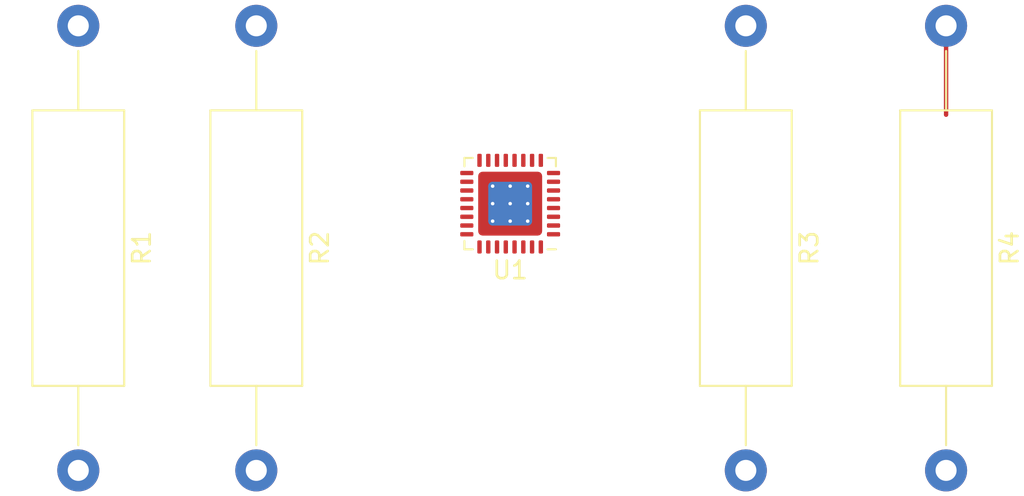
<source format=kicad_pcb>
(kicad_pcb (version 20171130) (host pcbnew 5.0.2-bee76a0~70~ubuntu16.04.1)

  (general
    (thickness 1.6)
    (drawings 0)
    (tracks 1)
    (zones 0)
    (modules 5)
    (nets 8)
  )

  (page A4)
  (layers
    (0 F.Cu signal)
    (31 B.Cu signal)
    (32 B.Adhes user)
    (33 F.Adhes user)
    (34 B.Paste user)
    (35 F.Paste user)
    (36 B.SilkS user)
    (37 F.SilkS user)
    (38 B.Mask user)
    (39 F.Mask user)
    (40 Dwgs.User user)
    (41 Cmts.User user)
    (42 Eco1.User user)
    (43 Eco2.User user)
    (44 Edge.Cuts user)
    (45 Margin user)
    (46 B.CrtYd user)
    (47 F.CrtYd user)
    (48 B.Fab user)
    (49 F.Fab user)
  )

  (setup
    (last_trace_width 0.25)
    (trace_clearance 0.2)
    (zone_clearance 0.508)
    (zone_45_only no)
    (trace_min 0.2)
    (segment_width 0.2)
    (edge_width 0.15)
    (via_size 0.8)
    (via_drill 0.4)
    (via_min_size 0.4)
    (via_min_drill 0.3)
    (uvia_size 0.3)
    (uvia_drill 0.1)
    (uvias_allowed no)
    (uvia_min_size 0.2)
    (uvia_min_drill 0.1)
    (pcb_text_width 0.3)
    (pcb_text_size 1.5 1.5)
    (mod_edge_width 0.15)
    (mod_text_size 1 1)
    (mod_text_width 0.15)
    (pad_size 1.524 1.524)
    (pad_drill 0.762)
    (pad_to_mask_clearance 0.051)
    (solder_mask_min_width 0.25)
    (aux_axis_origin 0 0)
    (visible_elements FFFFFF7F)
    (pcbplotparams
      (layerselection 0x010fc_ffffffff)
      (usegerberextensions false)
      (usegerberattributes false)
      (usegerberadvancedattributes false)
      (creategerberjobfile false)
      (excludeedgelayer true)
      (linewidth 0.100000)
      (plotframeref false)
      (viasonmask false)
      (mode 1)
      (useauxorigin false)
      (hpglpennumber 1)
      (hpglpenspeed 20)
      (hpglpendiameter 15.000000)
      (psnegative false)
      (psa4output false)
      (plotreference true)
      (plotvalue true)
      (plotinvisibletext false)
      (padsonsilk false)
      (subtractmaskfromsilk false)
      (outputformat 1)
      (mirror false)
      (drillshape 1)
      (scaleselection 1)
      (outputdirectory ""))
  )

  (net 0 "")
  (net 1 SCL)
  (net 2 +3V3)
  (net 3 SDA)
  (net 4 "Net-(R3-Pad2)")
  (net 5 GND)
  (net 6 "Net-(R4-Pad1)")
  (net 7 "Net-(U1-Pad3)")

  (net_class Default "This is the default net class."
    (clearance 0.2)
    (trace_width 0.25)
    (via_dia 0.8)
    (via_drill 0.4)
    (uvia_dia 0.3)
    (uvia_drill 0.1)
    (add_net +3V3)
    (add_net GND)
    (add_net "Net-(R3-Pad2)")
    (add_net "Net-(R4-Pad1)")
    (add_net "Net-(U1-Pad3)")
    (add_net SCL)
    (add_net SDA)
  )

  (module Resistor_THT:R_Axial_DIN0516_L15.5mm_D5.0mm_P25.40mm_Horizontal (layer F.Cu) (tedit 5AE5139B) (tstamp 5C41B718)
    (at 161.29 110.49 270)
    (descr "Resistor, Axial_DIN0516 series, Axial, Horizontal, pin pitch=25.4mm, 2W, length*diameter=15.5*5mm^2, http://cdn-reichelt.de/documents/datenblatt/B400/1_4W%23YAG.pdf")
    (tags "Resistor Axial_DIN0516 series Axial Horizontal pin pitch 25.4mm 2W length 15.5mm diameter 5mm")
    (path /5C419D5F)
    (fp_text reference R1 (at 12.7 -3.62 270) (layer F.SilkS)
      (effects (font (size 1 1) (thickness 0.15)))
    )
    (fp_text value 4.7K (at 12.7 3.62 270) (layer F.Fab)
      (effects (font (size 1 1) (thickness 0.15)))
    )
    (fp_text user %R (at 12.7 0 270) (layer F.Fab)
      (effects (font (size 1 1) (thickness 0.15)))
    )
    (fp_line (start 26.85 -2.75) (end -1.45 -2.75) (layer F.CrtYd) (width 0.05))
    (fp_line (start 26.85 2.75) (end 26.85 -2.75) (layer F.CrtYd) (width 0.05))
    (fp_line (start -1.45 2.75) (end 26.85 2.75) (layer F.CrtYd) (width 0.05))
    (fp_line (start -1.45 -2.75) (end -1.45 2.75) (layer F.CrtYd) (width 0.05))
    (fp_line (start 23.96 0) (end 20.57 0) (layer F.SilkS) (width 0.12))
    (fp_line (start 1.44 0) (end 4.83 0) (layer F.SilkS) (width 0.12))
    (fp_line (start 20.57 -2.62) (end 4.83 -2.62) (layer F.SilkS) (width 0.12))
    (fp_line (start 20.57 2.62) (end 20.57 -2.62) (layer F.SilkS) (width 0.12))
    (fp_line (start 4.83 2.62) (end 20.57 2.62) (layer F.SilkS) (width 0.12))
    (fp_line (start 4.83 -2.62) (end 4.83 2.62) (layer F.SilkS) (width 0.12))
    (fp_line (start 25.4 0) (end 20.45 0) (layer F.Fab) (width 0.1))
    (fp_line (start 0 0) (end 4.95 0) (layer F.Fab) (width 0.1))
    (fp_line (start 20.45 -2.5) (end 4.95 -2.5) (layer F.Fab) (width 0.1))
    (fp_line (start 20.45 2.5) (end 20.45 -2.5) (layer F.Fab) (width 0.1))
    (fp_line (start 4.95 2.5) (end 20.45 2.5) (layer F.Fab) (width 0.1))
    (fp_line (start 4.95 -2.5) (end 4.95 2.5) (layer F.Fab) (width 0.1))
    (pad 2 thru_hole oval (at 25.4 0 270) (size 2.4 2.4) (drill 1.2) (layers *.Cu *.Mask)
      (net 1 SCL))
    (pad 1 thru_hole circle (at 0 0 270) (size 2.4 2.4) (drill 1.2) (layers *.Cu *.Mask)
      (net 2 +3V3))
    (model ${KISYS3DMOD}/Resistor_THT.3dshapes/R_Axial_DIN0516_L15.5mm_D5.0mm_P25.40mm_Horizontal.wrl
      (at (xyz 0 0 0))
      (scale (xyz 1 1 1))
      (rotate (xyz 0 0 0))
    )
  )

  (module Resistor_THT:R_Axial_DIN0516_L15.5mm_D5.0mm_P25.40mm_Horizontal (layer F.Cu) (tedit 5AE5139B) (tstamp 5C41B72F)
    (at 171.45 110.49 270)
    (descr "Resistor, Axial_DIN0516 series, Axial, Horizontal, pin pitch=25.4mm, 2W, length*diameter=15.5*5mm^2, http://cdn-reichelt.de/documents/datenblatt/B400/1_4W%23YAG.pdf")
    (tags "Resistor Axial_DIN0516 series Axial Horizontal pin pitch 25.4mm 2W length 15.5mm diameter 5mm")
    (path /5C419C73)
    (fp_text reference R2 (at 12.7 -3.62 270) (layer F.SilkS)
      (effects (font (size 1 1) (thickness 0.15)))
    )
    (fp_text value 4.7K (at 12.7 3.62 270) (layer F.Fab)
      (effects (font (size 1 1) (thickness 0.15)))
    )
    (fp_line (start 4.95 -2.5) (end 4.95 2.5) (layer F.Fab) (width 0.1))
    (fp_line (start 4.95 2.5) (end 20.45 2.5) (layer F.Fab) (width 0.1))
    (fp_line (start 20.45 2.5) (end 20.45 -2.5) (layer F.Fab) (width 0.1))
    (fp_line (start 20.45 -2.5) (end 4.95 -2.5) (layer F.Fab) (width 0.1))
    (fp_line (start 0 0) (end 4.95 0) (layer F.Fab) (width 0.1))
    (fp_line (start 25.4 0) (end 20.45 0) (layer F.Fab) (width 0.1))
    (fp_line (start 4.83 -2.62) (end 4.83 2.62) (layer F.SilkS) (width 0.12))
    (fp_line (start 4.83 2.62) (end 20.57 2.62) (layer F.SilkS) (width 0.12))
    (fp_line (start 20.57 2.62) (end 20.57 -2.62) (layer F.SilkS) (width 0.12))
    (fp_line (start 20.57 -2.62) (end 4.83 -2.62) (layer F.SilkS) (width 0.12))
    (fp_line (start 1.44 0) (end 4.83 0) (layer F.SilkS) (width 0.12))
    (fp_line (start 23.96 0) (end 20.57 0) (layer F.SilkS) (width 0.12))
    (fp_line (start -1.45 -2.75) (end -1.45 2.75) (layer F.CrtYd) (width 0.05))
    (fp_line (start -1.45 2.75) (end 26.85 2.75) (layer F.CrtYd) (width 0.05))
    (fp_line (start 26.85 2.75) (end 26.85 -2.75) (layer F.CrtYd) (width 0.05))
    (fp_line (start 26.85 -2.75) (end -1.45 -2.75) (layer F.CrtYd) (width 0.05))
    (fp_text user %R (at 12.7 0 270) (layer F.Fab)
      (effects (font (size 1 1) (thickness 0.15)))
    )
    (pad 1 thru_hole circle (at 0 0 270) (size 2.4 2.4) (drill 1.2) (layers *.Cu *.Mask)
      (net 2 +3V3))
    (pad 2 thru_hole oval (at 25.4 0 270) (size 2.4 2.4) (drill 1.2) (layers *.Cu *.Mask)
      (net 3 SDA))
    (model ${KISYS3DMOD}/Resistor_THT.3dshapes/R_Axial_DIN0516_L15.5mm_D5.0mm_P25.40mm_Horizontal.wrl
      (at (xyz 0 0 0))
      (scale (xyz 1 1 1))
      (rotate (xyz 0 0 0))
    )
  )

  (module Resistor_THT:R_Axial_DIN0516_L15.5mm_D5.0mm_P25.40mm_Horizontal (layer F.Cu) (tedit 5AE5139B) (tstamp 5C41B746)
    (at 199.39 110.49 270)
    (descr "Resistor, Axial_DIN0516 series, Axial, Horizontal, pin pitch=25.4mm, 2W, length*diameter=15.5*5mm^2, http://cdn-reichelt.de/documents/datenblatt/B400/1_4W%23YAG.pdf")
    (tags "Resistor Axial_DIN0516 series Axial Horizontal pin pitch 25.4mm 2W length 15.5mm diameter 5mm")
    (path /5C419DA8)
    (fp_text reference R3 (at 12.7 -3.62 270) (layer F.SilkS)
      (effects (font (size 1 1) (thickness 0.15)))
    )
    (fp_text value 10K (at 12.7 3.62 270) (layer F.Fab)
      (effects (font (size 1 1) (thickness 0.15)))
    )
    (fp_line (start 4.95 -2.5) (end 4.95 2.5) (layer F.Fab) (width 0.1))
    (fp_line (start 4.95 2.5) (end 20.45 2.5) (layer F.Fab) (width 0.1))
    (fp_line (start 20.45 2.5) (end 20.45 -2.5) (layer F.Fab) (width 0.1))
    (fp_line (start 20.45 -2.5) (end 4.95 -2.5) (layer F.Fab) (width 0.1))
    (fp_line (start 0 0) (end 4.95 0) (layer F.Fab) (width 0.1))
    (fp_line (start 25.4 0) (end 20.45 0) (layer F.Fab) (width 0.1))
    (fp_line (start 4.83 -2.62) (end 4.83 2.62) (layer F.SilkS) (width 0.12))
    (fp_line (start 4.83 2.62) (end 20.57 2.62) (layer F.SilkS) (width 0.12))
    (fp_line (start 20.57 2.62) (end 20.57 -2.62) (layer F.SilkS) (width 0.12))
    (fp_line (start 20.57 -2.62) (end 4.83 -2.62) (layer F.SilkS) (width 0.12))
    (fp_line (start 1.44 0) (end 4.83 0) (layer F.SilkS) (width 0.12))
    (fp_line (start 23.96 0) (end 20.57 0) (layer F.SilkS) (width 0.12))
    (fp_line (start -1.45 -2.75) (end -1.45 2.75) (layer F.CrtYd) (width 0.05))
    (fp_line (start -1.45 2.75) (end 26.85 2.75) (layer F.CrtYd) (width 0.05))
    (fp_line (start 26.85 2.75) (end 26.85 -2.75) (layer F.CrtYd) (width 0.05))
    (fp_line (start 26.85 -2.75) (end -1.45 -2.75) (layer F.CrtYd) (width 0.05))
    (fp_text user %R (at 12.7 0 270) (layer F.Fab)
      (effects (font (size 1 1) (thickness 0.15)))
    )
    (pad 1 thru_hole circle (at 0 0 270) (size 2.4 2.4) (drill 1.2) (layers *.Cu *.Mask)
      (net 2 +3V3))
    (pad 2 thru_hole oval (at 25.4 0 270) (size 2.4 2.4) (drill 1.2) (layers *.Cu *.Mask)
      (net 4 "Net-(R3-Pad2)"))
    (model ${KISYS3DMOD}/Resistor_THT.3dshapes/R_Axial_DIN0516_L15.5mm_D5.0mm_P25.40mm_Horizontal.wrl
      (at (xyz 0 0 0))
      (scale (xyz 1 1 1))
      (rotate (xyz 0 0 0))
    )
  )

  (module Resistor_THT:R_Axial_DIN0516_L15.5mm_D5.0mm_P25.40mm_Horizontal (layer F.Cu) (tedit 5AE5139B) (tstamp 5C41B75D)
    (at 210.82 110.49 270)
    (descr "Resistor, Axial_DIN0516 series, Axial, Horizontal, pin pitch=25.4mm, 2W, length*diameter=15.5*5mm^2, http://cdn-reichelt.de/documents/datenblatt/B400/1_4W%23YAG.pdf")
    (tags "Resistor Axial_DIN0516 series Axial Horizontal pin pitch 25.4mm 2W length 15.5mm diameter 5mm")
    (path /5C41A080)
    (fp_text reference R4 (at 12.7 -3.62 270) (layer F.SilkS)
      (effects (font (size 1 1) (thickness 0.15)))
    )
    (fp_text value 10K (at 12.7 3.62 270) (layer F.Fab)
      (effects (font (size 1 1) (thickness 0.15)))
    )
    (fp_text user %R (at 12.7 0 270) (layer F.Fab)
      (effects (font (size 1 1) (thickness 0.15)))
    )
    (fp_line (start 26.85 -2.75) (end -1.45 -2.75) (layer F.CrtYd) (width 0.05))
    (fp_line (start 26.85 2.75) (end 26.85 -2.75) (layer F.CrtYd) (width 0.05))
    (fp_line (start -1.45 2.75) (end 26.85 2.75) (layer F.CrtYd) (width 0.05))
    (fp_line (start -1.45 -2.75) (end -1.45 2.75) (layer F.CrtYd) (width 0.05))
    (fp_line (start 23.96 0) (end 20.57 0) (layer F.SilkS) (width 0.12))
    (fp_line (start 1.44 0) (end 4.83 0) (layer F.SilkS) (width 0.12))
    (fp_line (start 20.57 -2.62) (end 4.83 -2.62) (layer F.SilkS) (width 0.12))
    (fp_line (start 20.57 2.62) (end 20.57 -2.62) (layer F.SilkS) (width 0.12))
    (fp_line (start 4.83 2.62) (end 20.57 2.62) (layer F.SilkS) (width 0.12))
    (fp_line (start 4.83 -2.62) (end 4.83 2.62) (layer F.SilkS) (width 0.12))
    (fp_line (start 25.4 0) (end 20.45 0) (layer F.Fab) (width 0.1))
    (fp_line (start 0 0) (end 4.95 0) (layer F.Fab) (width 0.1))
    (fp_line (start 20.45 -2.5) (end 4.95 -2.5) (layer F.Fab) (width 0.1))
    (fp_line (start 20.45 2.5) (end 20.45 -2.5) (layer F.Fab) (width 0.1))
    (fp_line (start 4.95 2.5) (end 20.45 2.5) (layer F.Fab) (width 0.1))
    (fp_line (start 4.95 -2.5) (end 4.95 2.5) (layer F.Fab) (width 0.1))
    (pad 2 thru_hole oval (at 25.4 0 270) (size 2.4 2.4) (drill 1.2) (layers *.Cu *.Mask)
      (net 5 GND))
    (pad 1 thru_hole circle (at 0 0 270) (size 2.4 2.4) (drill 1.2) (layers *.Cu *.Mask)
      (net 6 "Net-(R4-Pad1)"))
    (model ${KISYS3DMOD}/Resistor_THT.3dshapes/R_Axial_DIN0516_L15.5mm_D5.0mm_P25.40mm_Horizontal.wrl
      (at (xyz 0 0 0))
      (scale (xyz 1 1 1))
      (rotate (xyz 0 0 0))
    )
  )

  (module Package_DFN_QFN:QFN-32-1EP_5x5mm_P0.5mm_EP3.65x3.65mm_ThermalVias (layer F.Cu) (tedit 5B64C69F) (tstamp 5C41B7AD)
    (at 185.94 120.65 180)
    (descr "QFN, 32 Pin (https://www.exar.com/ds/mxl7704.pdf (Page 35)), generated with kicad-footprint-generator ipc_dfn_qfn_generator.py")
    (tags "QFN DFN_QFN")
    (path /5C41CCA6)
    (attr smd)
    (fp_text reference U1 (at 0 -3.8 180) (layer F.SilkS)
      (effects (font (size 1 1) (thickness 0.15)))
    )
    (fp_text value A7001AG (at 0 3.8 180) (layer F.Fab)
      (effects (font (size 1 1) (thickness 0.15)))
    )
    (fp_line (start 2.135 -2.61) (end 2.61 -2.61) (layer F.SilkS) (width 0.12))
    (fp_line (start 2.61 -2.61) (end 2.61 -2.135) (layer F.SilkS) (width 0.12))
    (fp_line (start -2.135 2.61) (end -2.61 2.61) (layer F.SilkS) (width 0.12))
    (fp_line (start -2.61 2.61) (end -2.61 2.135) (layer F.SilkS) (width 0.12))
    (fp_line (start 2.135 2.61) (end 2.61 2.61) (layer F.SilkS) (width 0.12))
    (fp_line (start 2.61 2.61) (end 2.61 2.135) (layer F.SilkS) (width 0.12))
    (fp_line (start -2.135 -2.61) (end -2.61 -2.61) (layer F.SilkS) (width 0.12))
    (fp_line (start -1.5 -2.5) (end 2.5 -2.5) (layer F.Fab) (width 0.1))
    (fp_line (start 2.5 -2.5) (end 2.5 2.5) (layer F.Fab) (width 0.1))
    (fp_line (start 2.5 2.5) (end -2.5 2.5) (layer F.Fab) (width 0.1))
    (fp_line (start -2.5 2.5) (end -2.5 -1.5) (layer F.Fab) (width 0.1))
    (fp_line (start -2.5 -1.5) (end -1.5 -2.5) (layer F.Fab) (width 0.1))
    (fp_line (start -3.1 -3.1) (end -3.1 3.1) (layer F.CrtYd) (width 0.05))
    (fp_line (start -3.1 3.1) (end 3.1 3.1) (layer F.CrtYd) (width 0.05))
    (fp_line (start 3.1 3.1) (end 3.1 -3.1) (layer F.CrtYd) (width 0.05))
    (fp_line (start 3.1 -3.1) (end -3.1 -3.1) (layer F.CrtYd) (width 0.05))
    (fp_text user %R (at 0 0 180) (layer F.Fab)
      (effects (font (size 1 1) (thickness 0.15)))
    )
    (pad 33 smd roundrect (at 0 0 180) (size 3.65 3.65) (layers F.Cu F.Mask) (roundrect_rratio 0.068493))
    (pad 33 thru_hole circle (at -1 -1 180) (size 0.5 0.5) (drill 0.2) (layers *.Cu))
    (pad 33 thru_hole circle (at 0 -1 180) (size 0.5 0.5) (drill 0.2) (layers *.Cu))
    (pad 33 thru_hole circle (at 1 -1 180) (size 0.5 0.5) (drill 0.2) (layers *.Cu))
    (pad 33 thru_hole circle (at -1 0 180) (size 0.5 0.5) (drill 0.2) (layers *.Cu))
    (pad 33 thru_hole circle (at 0 0 180) (size 0.5 0.5) (drill 0.2) (layers *.Cu))
    (pad 33 thru_hole circle (at 1 0 180) (size 0.5 0.5) (drill 0.2) (layers *.Cu))
    (pad 33 thru_hole circle (at -1 1 180) (size 0.5 0.5) (drill 0.2) (layers *.Cu))
    (pad 33 thru_hole circle (at 0 1 180) (size 0.5 0.5) (drill 0.2) (layers *.Cu))
    (pad 33 thru_hole circle (at 1 1 180) (size 0.5 0.5) (drill 0.2) (layers *.Cu))
    (pad 33 smd roundrect (at 0 0 180) (size 2.5 2.5) (layers B.Cu) (roundrect_rratio 0.1))
    (pad "" smd roundrect (at -0.5 -0.5 180) (size 0.806226 0.806226) (layers F.Paste) (roundrect_rratio 0.25))
    (pad "" smd roundrect (at -0.5 0.5 180) (size 0.806226 0.806226) (layers F.Paste) (roundrect_rratio 0.25))
    (pad "" smd roundrect (at 0.5 -0.5 180) (size 0.806226 0.806226) (layers F.Paste) (roundrect_rratio 0.25))
    (pad "" smd roundrect (at 0.5 0.5 180) (size 0.806226 0.806226) (layers F.Paste) (roundrect_rratio 0.25))
    (pad "" smd custom (at -1.4125 -0.5 180) (size 0.590166 0.590166) (layers F.Paste)
      (options (clearance outline) (anchor circle))
      (primitives
        (gr_poly (pts
           (xy -0.332568 -0.403113) (xy 0.226544 -0.403113) (xy 0.332568 -0.297089) (xy 0.332568 0.297089) (xy 0.226544 0.403113)
           (xy -0.332568 0.403113)) (width 0))
      ))
    (pad "" smd custom (at -1.4125 0.5 180) (size 0.590166 0.590166) (layers F.Paste)
      (options (clearance outline) (anchor circle))
      (primitives
        (gr_poly (pts
           (xy -0.332568 -0.403113) (xy 0.226544 -0.403113) (xy 0.332568 -0.297089) (xy 0.332568 0.297089) (xy 0.226544 0.403113)
           (xy -0.332568 0.403113)) (width 0))
      ))
    (pad "" smd custom (at 1.4125 -0.5 180) (size 0.590166 0.590166) (layers F.Paste)
      (options (clearance outline) (anchor circle))
      (primitives
        (gr_poly (pts
           (xy -0.332568 -0.297089) (xy -0.226544 -0.403113) (xy 0.332568 -0.403113) (xy 0.332568 0.403113) (xy -0.226544 0.403113)
           (xy -0.332568 0.297089)) (width 0))
      ))
    (pad "" smd custom (at 1.4125 0.5 180) (size 0.590166 0.590166) (layers F.Paste)
      (options (clearance outline) (anchor circle))
      (primitives
        (gr_poly (pts
           (xy -0.332568 -0.297089) (xy -0.226544 -0.403113) (xy 0.332568 -0.403113) (xy 0.332568 0.403113) (xy -0.226544 0.403113)
           (xy -0.332568 0.297089)) (width 0))
      ))
    (pad "" smd custom (at -0.5 -1.4125 180) (size 0.590166 0.590166) (layers F.Paste)
      (options (clearance outline) (anchor circle))
      (primitives
        (gr_poly (pts
           (xy -0.403113 -0.332568) (xy 0.403113 -0.332568) (xy 0.403113 0.226544) (xy 0.297089 0.332568) (xy -0.297089 0.332568)
           (xy -0.403113 0.226544)) (width 0))
      ))
    (pad "" smd custom (at 0.5 -1.4125 180) (size 0.590166 0.590166) (layers F.Paste)
      (options (clearance outline) (anchor circle))
      (primitives
        (gr_poly (pts
           (xy -0.403113 -0.332568) (xy 0.403113 -0.332568) (xy 0.403113 0.226544) (xy 0.297089 0.332568) (xy -0.297089 0.332568)
           (xy -0.403113 0.226544)) (width 0))
      ))
    (pad "" smd custom (at -0.5 1.4125 180) (size 0.590166 0.590166) (layers F.Paste)
      (options (clearance outline) (anchor circle))
      (primitives
        (gr_poly (pts
           (xy -0.403113 -0.226544) (xy -0.297089 -0.332568) (xy 0.297089 -0.332568) (xy 0.403113 -0.226544) (xy 0.403113 0.332568)
           (xy -0.403113 0.332568)) (width 0))
      ))
    (pad "" smd custom (at 0.5 1.4125 180) (size 0.590166 0.590166) (layers F.Paste)
      (options (clearance outline) (anchor circle))
      (primitives
        (gr_poly (pts
           (xy -0.403113 -0.226544) (xy -0.297089 -0.332568) (xy 0.297089 -0.332568) (xy 0.403113 -0.226544) (xy 0.403113 0.332568)
           (xy -0.403113 0.332568)) (width 0))
      ))
    (pad "" smd custom (at -1.4125 -1.4125 180) (size 0.578177 0.578177) (layers F.Paste)
      (options (clearance outline) (anchor circle))
      (primitives
        (gr_poly (pts
           (xy -0.332568 -0.332568) (xy 0.332568 -0.332568) (xy 0.332568 0.209589) (xy 0.209589 0.332568) (xy -0.332568 0.332568)
) (width 0))
      ))
    (pad "" smd custom (at -1.4125 1.4125 180) (size 0.578177 0.578177) (layers F.Paste)
      (options (clearance outline) (anchor circle))
      (primitives
        (gr_poly (pts
           (xy -0.332568 -0.332568) (xy 0.209589 -0.332568) (xy 0.332568 -0.209589) (xy 0.332568 0.332568) (xy -0.332568 0.332568)
) (width 0))
      ))
    (pad "" smd custom (at 1.4125 -1.4125 180) (size 0.578177 0.578177) (layers F.Paste)
      (options (clearance outline) (anchor circle))
      (primitives
        (gr_poly (pts
           (xy -0.332568 -0.332568) (xy 0.332568 -0.332568) (xy 0.332568 0.332568) (xy -0.209589 0.332568) (xy -0.332568 0.209589)
) (width 0))
      ))
    (pad "" smd custom (at 1.4125 1.4125 180) (size 0.578177 0.578177) (layers F.Paste)
      (options (clearance outline) (anchor circle))
      (primitives
        (gr_poly (pts
           (xy -0.332568 -0.209589) (xy -0.209589 -0.332568) (xy 0.332568 -0.332568) (xy 0.332568 0.332568) (xy -0.332568 0.332568)
) (width 0))
      ))
    (pad 1 smd roundrect (at -2.475 -1.75 180) (size 0.75 0.25) (layers F.Cu F.Paste F.Mask) (roundrect_rratio 0.25)
      (net 5 GND))
    (pad 2 smd roundrect (at -2.475 -1.25 180) (size 0.75 0.25) (layers F.Cu F.Paste F.Mask) (roundrect_rratio 0.25))
    (pad 3 smd roundrect (at -2.475 -0.75 180) (size 0.75 0.25) (layers F.Cu F.Paste F.Mask) (roundrect_rratio 0.25)
      (net 7 "Net-(U1-Pad3)"))
    (pad 4 smd roundrect (at -2.475 -0.25 180) (size 0.75 0.25) (layers F.Cu F.Paste F.Mask) (roundrect_rratio 0.25))
    (pad 5 smd roundrect (at -2.475 0.25 180) (size 0.75 0.25) (layers F.Cu F.Paste F.Mask) (roundrect_rratio 0.25)
      (net 3 SDA))
    (pad 6 smd roundrect (at -2.475 0.75 180) (size 0.75 0.25) (layers F.Cu F.Paste F.Mask) (roundrect_rratio 0.25))
    (pad 7 smd roundrect (at -2.475 1.25 180) (size 0.75 0.25) (layers F.Cu F.Paste F.Mask) (roundrect_rratio 0.25)
      (net 1 SCL))
    (pad 8 smd roundrect (at -2.475 1.75 180) (size 0.75 0.25) (layers F.Cu F.Paste F.Mask) (roundrect_rratio 0.25))
    (pad 9 smd roundrect (at -1.75 2.475 180) (size 0.25 0.75) (layers F.Cu F.Paste F.Mask) (roundrect_rratio 0.25))
    (pad 10 smd roundrect (at -1.25 2.475 180) (size 0.25 0.75) (layers F.Cu F.Paste F.Mask) (roundrect_rratio 0.25))
    (pad 11 smd roundrect (at -0.75 2.475 180) (size 0.25 0.75) (layers F.Cu F.Paste F.Mask) (roundrect_rratio 0.25))
    (pad 12 smd roundrect (at -0.25 2.475 180) (size 0.25 0.75) (layers F.Cu F.Paste F.Mask) (roundrect_rratio 0.25))
    (pad 13 smd roundrect (at 0.25 2.475 180) (size 0.25 0.75) (layers F.Cu F.Paste F.Mask) (roundrect_rratio 0.25))
    (pad 14 smd roundrect (at 0.75 2.475 180) (size 0.25 0.75) (layers F.Cu F.Paste F.Mask) (roundrect_rratio 0.25))
    (pad 15 smd roundrect (at 1.25 2.475 180) (size 0.25 0.75) (layers F.Cu F.Paste F.Mask) (roundrect_rratio 0.25))
    (pad 16 smd roundrect (at 1.75 2.475 180) (size 0.25 0.75) (layers F.Cu F.Paste F.Mask) (roundrect_rratio 0.25))
    (pad 17 smd roundrect (at 2.475 1.75 180) (size 0.75 0.25) (layers F.Cu F.Paste F.Mask) (roundrect_rratio 0.25))
    (pad 18 smd roundrect (at 2.475 1.25 180) (size 0.75 0.25) (layers F.Cu F.Paste F.Mask) (roundrect_rratio 0.25)
      (net 4 "Net-(R3-Pad2)"))
    (pad 19 smd roundrect (at 2.475 0.75 180) (size 0.75 0.25) (layers F.Cu F.Paste F.Mask) (roundrect_rratio 0.25))
    (pad 20 smd roundrect (at 2.475 0.25 180) (size 0.75 0.25) (layers F.Cu F.Paste F.Mask) (roundrect_rratio 0.25))
    (pad 21 smd roundrect (at 2.475 -0.25 180) (size 0.75 0.25) (layers F.Cu F.Paste F.Mask) (roundrect_rratio 0.25))
    (pad 22 smd roundrect (at 2.475 -0.75 180) (size 0.75 0.25) (layers F.Cu F.Paste F.Mask) (roundrect_rratio 0.25)
      (net 6 "Net-(R4-Pad1)"))
    (pad 23 smd roundrect (at 2.475 -1.25 180) (size 0.75 0.25) (layers F.Cu F.Paste F.Mask) (roundrect_rratio 0.25))
    (pad 24 smd roundrect (at 2.475 -1.75 180) (size 0.75 0.25) (layers F.Cu F.Paste F.Mask) (roundrect_rratio 0.25)
      (net 2 +3V3))
    (pad 25 smd roundrect (at 1.75 -2.475 180) (size 0.25 0.75) (layers F.Cu F.Paste F.Mask) (roundrect_rratio 0.25))
    (pad 26 smd roundrect (at 1.25 -2.475 180) (size 0.25 0.75) (layers F.Cu F.Paste F.Mask) (roundrect_rratio 0.25))
    (pad 27 smd roundrect (at 0.75 -2.475 180) (size 0.25 0.75) (layers F.Cu F.Paste F.Mask) (roundrect_rratio 0.25))
    (pad 28 smd roundrect (at 0.25 -2.475 180) (size 0.25 0.75) (layers F.Cu F.Paste F.Mask) (roundrect_rratio 0.25))
    (pad 29 smd roundrect (at -0.25 -2.475 180) (size 0.25 0.75) (layers F.Cu F.Paste F.Mask) (roundrect_rratio 0.25))
    (pad 30 smd roundrect (at -0.75 -2.475 180) (size 0.25 0.75) (layers F.Cu F.Paste F.Mask) (roundrect_rratio 0.25))
    (pad 31 smd roundrect (at -1.25 -2.475 180) (size 0.25 0.75) (layers F.Cu F.Paste F.Mask) (roundrect_rratio 0.25))
    (pad 32 smd roundrect (at -1.75 -2.475 180) (size 0.25 0.75) (layers F.Cu F.Paste F.Mask) (roundrect_rratio 0.25))
    (model ${KISYS3DMOD}/Package_DFN_QFN.3dshapes/QFN-32-1EP_5x5mm_P0.5mm_EP3.65x3.65mm.wrl
      (at (xyz 0 0 0))
      (scale (xyz 1 1 1))
      (rotate (xyz 0 0 0))
    )
  )

  (segment (start 210.82 110.49) (end 210.82 115.57) (width 0.25) (layer F.Cu) (net 6))

)

</source>
